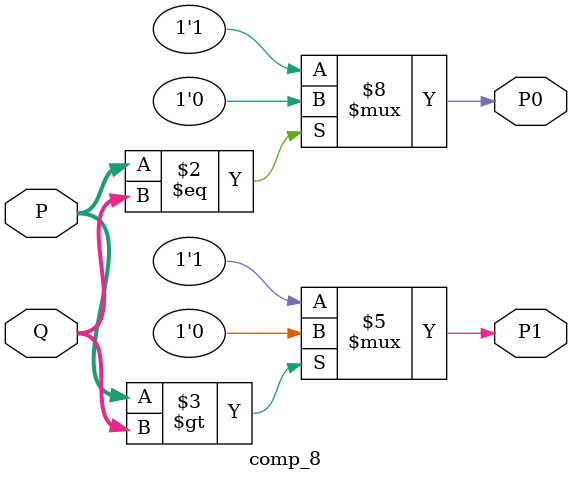
<source format=v>
module comp_8(P0,P1,P,Q);
	input [7:0] P,Q;
	output reg P0,P1;
	always @* begin
		if (P==Q) begin
			P0 = 1'b0;
		end else begin
			P0 = 1'b1;
		end
		if (P>Q) begin
			P1 = 1'b0;
		end else begin
			P1 = 1'b1;
		end
	end
endmodule
</source>
